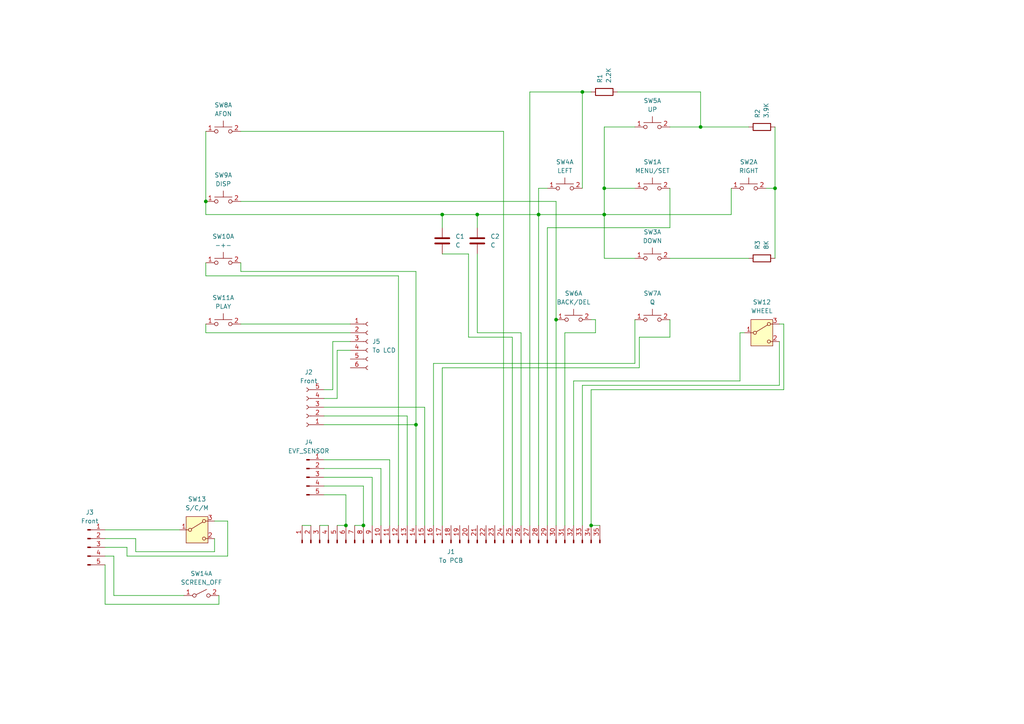
<source format=kicad_sch>
(kicad_sch (version 20250114) (generator "eeschema") (generator_version "9.0")
  (paper "A4")
  (lib_symbols
    (symbol "Connector:Conn_01x05_Pin" (pin_names (offset 1.016) (hide yes))
      (property "Reference" "J" (at 0 7.62 0))
      (property "Value" "Conn_01x05_Pin" (at 0 -7.62 0))
      (symbol "Conn_01x05_Pin_1_1"
        (rectangle (start 0.8636 5.207) (end 0 4.953) (stroke (width 0.1524)) (fill (type outline)))
        (rectangle (start 0.8636 2.667) (end 0 2.413) (stroke (width 0.1524)) (fill (type outline)))
        (rectangle (start 0.8636 0.127) (end 0 -0.127) (stroke (width 0.1524)) (fill (type outline)))
        (rectangle (start 0.8636 -2.413) (end 0 -2.667) (stroke (width 0.1524)) (fill (type outline)))
        (rectangle (start 0.8636 -4.953) (end 0 -5.207) (stroke (width 0.1524)) (fill (type outline)))
        (polyline (pts (xy 1.27 5.08) (xy 0.8636 5.08)) (stroke (width 0.1524)))
        (polyline (pts (xy 1.27 2.54) (xy 0.8636 2.54)) (stroke (width 0.1524)))
        (polyline (pts (xy 1.27 0) (xy 0.8636 0)) (stroke (width 0.1524)))
        (polyline (pts (xy 1.27 -2.54) (xy 0.8636 -2.54)) (stroke (width 0.1524)))
        (polyline (pts (xy 1.27 -5.08) (xy 0.8636 -5.08)) (stroke (width 0.1524)))
        (pin passive line (at 5.08 5.08 180) (length 3.81) (name "Pin_1") (number "1"))
        (pin passive line (at 5.08 2.54 180) (length 3.81) (name "Pin_2") (number "2"))
        (pin passive line (at 5.08 0 180) (length 3.81) (name "Pin_3") (number "3"))
        (pin passive line (at 5.08 -2.54 180) (length 3.81) (name "Pin_4") (number "4"))
        (pin passive line (at 5.08 -5.08 180) (length 3.81) (name "Pin_5") (number "5"))
      )
    )
    (symbol "Connector:Conn_01x05_Socket" (pin_names (offset 1.016) (hide yes))
      (property "Reference" "J" (at 0 7.62 0))
      (property "Value" "Conn_01x05_Socket" (at 0 -7.62 0))
      (symbol "Conn_01x05_Socket_1_1"
        (polyline (pts (xy -1.27 5.08) (xy -0.508 5.08)) (stroke (width 0.1524)))
        (polyline (pts (xy -1.27 2.54) (xy -0.508 2.54)) (stroke (width 0.1524)))
        (polyline (pts (xy -1.27 0) (xy -0.508 0)) (stroke (width 0.1524)))
        (polyline (pts (xy -1.27 -2.54) (xy -0.508 -2.54)) (stroke (width 0.1524)))
        (polyline (pts (xy -1.27 -5.08) (xy -0.508 -5.08)) (stroke (width 0.1524)))
        (arc (start 0 4.572) (mid -0.5058 5.08) (end 0 5.588) (stroke (width 0.1524)))
        (arc (start 0 2.032) (mid -0.5058 2.54) (end 0 3.048) (stroke (width 0.1524)))
        (arc (start 0 -0.508) (mid -0.5058 0) (end 0 0.508) (stroke (width 0.1524)))
        (arc (start 0 -3.048) (mid -0.5058 -2.54) (end 0 -2.032) (stroke (width 0.1524)))
        (arc (start 0 -5.588) (mid -0.5058 -5.08) (end 0 -4.572) (stroke (width 0.1524)))
        (pin passive line (at -5.08 5.08 0) (length 3.81) (name "Pin_1") (number "1"))
        (pin passive line (at -5.08 2.54 0) (length 3.81) (name "Pin_2") (number "2"))
        (pin passive line (at -5.08 0 0) (length 3.81) (name "Pin_3") (number "3"))
        (pin passive line (at -5.08 -2.54 0) (length 3.81) (name "Pin_4") (number "4"))
        (pin passive line (at -5.08 -5.08 0) (length 3.81) (name "Pin_5") (number "5"))
      )
    )
    (symbol "Connector:Conn_01x06_Socket" (pin_names (offset 1.016) (hide yes))
      (property "Reference" "J" (at 0 7.62 0))
      (property "Value" "Conn_01x06_Socket" (at 0 -10.16 0))
      (symbol "Conn_01x06_Socket_1_1"
        (polyline (pts (xy -1.27 5.08) (xy -0.508 5.08)) (stroke (width 0.1524)))
        (polyline (pts (xy -1.27 2.54) (xy -0.508 2.54)) (stroke (width 0.1524)))
        (polyline (pts (xy -1.27 0) (xy -0.508 0)) (stroke (width 0.1524)))
        (polyline (pts (xy -1.27 -2.54) (xy -0.508 -2.54)) (stroke (width 0.1524)))
        (polyline (pts (xy -1.27 -5.08) (xy -0.508 -5.08)) (stroke (width 0.1524)))
        (polyline (pts (xy -1.27 -7.62) (xy -0.508 -7.62)) (stroke (width 0.1524)))
        (arc (start 0 4.572) (mid -0.5058 5.08) (end 0 5.588) (stroke (width 0.1524)))
        (arc (start 0 2.032) (mid -0.5058 2.54) (end 0 3.048) (stroke (width 0.1524)))
        (arc (start 0 -0.508) (mid -0.5058 0) (end 0 0.508) (stroke (width 0.1524)))
        (arc (start 0 -3.048) (mid -0.5058 -2.54) (end 0 -2.032) (stroke (width 0.1524)))
        (arc (start 0 -5.588) (mid -0.5058 -5.08) (end 0 -4.572) (stroke (width 0.1524)))
        (arc (start 0 -8.128) (mid -0.5058 -7.62) (end 0 -7.112) (stroke (width 0.1524)))
        (pin passive line (at -5.08 5.08 0) (length 3.81) (name "Pin_1") (number "1"))
        (pin passive line (at -5.08 2.54 0) (length 3.81) (name "Pin_2") (number "2"))
        (pin passive line (at -5.08 0 0) (length 3.81) (name "Pin_3") (number "3"))
        (pin passive line (at -5.08 -2.54 0) (length 3.81) (name "Pin_4") (number "4"))
        (pin passive line (at -5.08 -5.08 0) (length 3.81) (name "Pin_5") (number "5"))
        (pin passive line (at -5.08 -7.62 0) (length 3.81) (name "Pin_6") (number "6"))
      )
    )
    (symbol "Connector:Conn_01x35_Pin" (pin_names (offset 1.016) (hide yes))
      (property "Reference" "J" (at 0 45.72 0))
      (property "Value" "Conn_01x35_Pin" (at 0 -45.72 0))
      (symbol "Conn_01x35_Pin_1_1"
        (rectangle (start 0.8636 43.307) (end 0 43.053) (stroke (width 0.1524)) (fill (type outline)))
        (rectangle (start 0.8636 40.767) (end 0 40.513) (stroke (width 0.1524)) (fill (type outline)))
        (rectangle (start 0.8636 38.227) (end 0 37.973) (stroke (width 0.1524)) (fill (type outline)))
        (rectangle (start 0.8636 35.687) (end 0 35.433) (stroke (width 0.1524)) (fill (type outline)))
        (rectangle (start 0.8636 33.147) (end 0 32.893) (stroke (width 0.1524)) (fill (type outline)))
        (rectangle (start 0.8636 30.607) (end 0 30.353) (stroke (width 0.1524)) (fill (type outline)))
        (rectangle (start 0.8636 28.067) (end 0 27.813) (stroke (width 0.1524)) (fill (type outline)))
        (rectangle (start 0.8636 25.527) (end 0 25.273) (stroke (width 0.1524)) (fill (type outline)))
        (rectangle (start 0.8636 22.987) (end 0 22.733) (stroke (width 0.1524)) (fill (type outline)))
        (rectangle (start 0.8636 20.447) (end 0 20.193) (stroke (width 0.1524)) (fill (type outline)))
        (rectangle (start 0.8636 17.907) (end 0 17.653) (stroke (width 0.1524)) (fill (type outline)))
        (rectangle (start 0.8636 15.367) (end 0 15.113) (stroke (width 0.1524)) (fill (type outline)))
        (rectangle (start 0.8636 12.827) (end 0 12.573) (stroke (width 0.1524)) (fill (type outline)))
        (rectangle (start 0.8636 10.287) (end 0 10.033) (stroke (width 0.1524)) (fill (type outline)))
        (rectangle (start 0.8636 7.747) (end 0 7.493) (stroke (width 0.1524)) (fill (type outline)))
        (rectangle (start 0.8636 5.207) (end 0 4.953) (stroke (width 0.1524)) (fill (type outline)))
        (rectangle (start 0.8636 2.667) (end 0 2.413) (stroke (width 0.1524)) (fill (type outline)))
        (rectangle (start 0.8636 0.127) (end 0 -0.127) (stroke (width 0.1524)) (fill (type outline)))
        (rectangle (start 0.8636 -2.413) (end 0 -2.667) (stroke (width 0.1524)) (fill (type outline)))
        (rectangle (start 0.8636 -4.953) (end 0 -5.207) (stroke (width 0.1524)) (fill (type outline)))
        (rectangle (start 0.8636 -7.493) (end 0 -7.747) (stroke (width 0.1524)) (fill (type outline)))
        (rectangle (start 0.8636 -10.033) (end 0 -10.287) (stroke (width 0.1524)) (fill (type outline)))
        (rectangle (start 0.8636 -12.573) (end 0 -12.827) (stroke (width 0.1524)) (fill (type outline)))
        (rectangle (start 0.8636 -15.113) (end 0 -15.367) (stroke (width 0.1524)) (fill (type outline)))
        (rectangle (start 0.8636 -17.653) (end 0 -17.907) (stroke (width 0.1524)) (fill (type outline)))
        (rectangle (start 0.8636 -20.193) (end 0 -20.447) (stroke (width 0.1524)) (fill (type outline)))
        (rectangle (start 0.8636 -22.733) (end 0 -22.987) (stroke (width 0.1524)) (fill (type outline)))
        (rectangle (start 0.8636 -25.273) (end 0 -25.527) (stroke (width 0.1524)) (fill (type outline)))
        (rectangle (start 0.8636 -27.813) (end 0 -28.067) (stroke (width 0.1524)) (fill (type outline)))
        (rectangle (start 0.8636 -30.353) (end 0 -30.607) (stroke (width 0.1524)) (fill (type outline)))
        (rectangle (start 0.8636 -32.893) (end 0 -33.147) (stroke (width 0.1524)) (fill (type outline)))
        (rectangle (start 0.8636 -35.433) (end 0 -35.687) (stroke (width 0.1524)) (fill (type outline)))
        (rectangle (start 0.8636 -37.973) (end 0 -38.227) (stroke (width 0.1524)) (fill (type outline)))
        (rectangle (start 0.8636 -40.513) (end 0 -40.767) (stroke (width 0.1524)) (fill (type outline)))
        (rectangle (start 0.8636 -43.053) (end 0 -43.307) (stroke (width 0.1524)) (fill (type outline)))
        (polyline (pts (xy 1.27 43.18) (xy 0.8636 43.18)) (stroke (width 0.1524)))
        (polyline (pts (xy 1.27 40.64) (xy 0.8636 40.64)) (stroke (width 0.1524)))
        (polyline (pts (xy 1.27 38.1) (xy 0.8636 38.1)) (stroke (width 0.1524)))
        (polyline (pts (xy 1.27 35.56) (xy 0.8636 35.56)) (stroke (width 0.1524)))
        (polyline (pts (xy 1.27 33.02) (xy 0.8636 33.02)) (stroke (width 0.1524)))
        (polyline (pts (xy 1.27 30.48) (xy 0.8636 30.48)) (stroke (width 0.1524)))
        (polyline (pts (xy 1.27 27.94) (xy 0.8636 27.94)) (stroke (width 0.1524)))
        (polyline (pts (xy 1.27 25.4) (xy 0.8636 25.4)) (stroke (width 0.1524)))
        (polyline (pts (xy 1.27 22.86) (xy 0.8636 22.86)) (stroke (width 0.1524)))
        (polyline (pts (xy 1.27 20.32) (xy 0.8636 20.32)) (stroke (width 0.1524)))
        (polyline (pts (xy 1.27 17.78) (xy 0.8636 17.78)) (stroke (width 0.1524)))
        (polyline (pts (xy 1.27 15.24) (xy 0.8636 15.24)) (stroke (width 0.1524)))
        (polyline (pts (xy 1.27 12.7) (xy 0.8636 12.7)) (stroke (width 0.1524)))
        (polyline (pts (xy 1.27 10.16) (xy 0.8636 10.16)) (stroke (width 0.1524)))
        (polyline (pts (xy 1.27 7.62) (xy 0.8636 7.62)) (stroke (width 0.1524)))
        (polyline (pts (xy 1.27 5.08) (xy 0.8636 5.08)) (stroke (width 0.1524)))
        (polyline (pts (xy 1.27 2.54) (xy 0.8636 2.54)) (stroke (width 0.1524)))
        (polyline (pts (xy 1.27 0) (xy 0.8636 0)) (stroke (width 0.1524)))
        (polyline (pts (xy 1.27 -2.54) (xy 0.8636 -2.54)) (stroke (width 0.1524)))
        (polyline (pts (xy 1.27 -5.08) (xy 0.8636 -5.08)) (stroke (width 0.1524)))
        (polyline (pts (xy 1.27 -7.62) (xy 0.8636 -7.62)) (stroke (width 0.1524)))
        (polyline (pts (xy 1.27 -10.16) (xy 0.8636 -10.16)) (stroke (width 0.1524)))
        (polyline (pts (xy 1.27 -12.7) (xy 0.8636 -12.7)) (stroke (width 0.1524)))
        (polyline (pts (xy 1.27 -15.24) (xy 0.8636 -15.24)) (stroke (width 0.1524)))
        (polyline (pts (xy 1.27 -17.78) (xy 0.8636 -17.78)) (stroke (width 0.1524)))
        (polyline (pts (xy 1.27 -20.32) (xy 0.8636 -20.32)) (stroke (width 0.1524)))
        (polyline (pts (xy 1.27 -22.86) (xy 0.8636 -22.86)) (stroke (width 0.1524)))
        (polyline (pts (xy 1.27 -25.4) (xy 0.8636 -25.4)) (stroke (width 0.1524)))
        (polyline (pts (xy 1.27 -27.94) (xy 0.8636 -27.94)) (stroke (width 0.1524)))
        (polyline (pts (xy 1.27 -30.48) (xy 0.8636 -30.48)) (stroke (width 0.1524)))
        (polyline (pts (xy 1.27 -33.02) (xy 0.8636 -33.02)) (stroke (width 0.1524)))
        (polyline (pts (xy 1.27 -35.56) (xy 0.8636 -35.56)) (stroke (width 0.1524)))
        (polyline (pts (xy 1.27 -38.1) (xy 0.8636 -38.1)) (stroke (width 0.1524)))
        (polyline (pts (xy 1.27 -40.64) (xy 0.8636 -40.64)) (stroke (width 0.1524)))
        (polyline (pts (xy 1.27 -43.18) (xy 0.8636 -43.18)) (stroke (width 0.1524)))
        (pin passive line (at 5.08 43.18 180) (length 3.81) (name "Pin_1") (number "1"))
        (pin passive line (at 5.08 40.64 180) (length 3.81) (name "Pin_2") (number "2"))
        (pin passive line (at 5.08 38.1 180) (length 3.81) (name "Pin_3") (number "3"))
        (pin passive line (at 5.08 35.56 180) (length 3.81) (name "Pin_4") (number "4"))
        (pin passive line (at 5.08 33.02 180) (length 3.81) (name "Pin_5") (number "5"))
        (pin passive line (at 5.08 30.48 180) (length 3.81) (name "Pin_6") (number "6"))
        (pin passive line (at 5.08 27.94 180) (length 3.81) (name "Pin_7") (number "7"))
        (pin passive line (at 5.08 25.4 180) (length 3.81) (name "Pin_8") (number "8"))
        (pin passive line (at 5.08 22.86 180) (length 3.81) (name "Pin_9") (number "9"))
        (pin passive line (at 5.08 20.32 180) (length 3.81) (name "Pin_10") (number "10"))
        (pin passive line (at 5.08 17.78 180) (length 3.81) (name "Pin_11") (number "11"))
        (pin passive line (at 5.08 15.24 180) (length 3.81) (name "Pin_12") (number "12"))
        (pin passive line (at 5.08 12.7 180) (length 3.81) (name "Pin_13") (number "13"))
        (pin passive line (at 5.08 10.16 180) (length 3.81) (name "Pin_14") (number "14"))
        (pin passive line (at 5.08 7.62 180) (length 3.81) (name "Pin_15") (number "15"))
        (pin passive line (at 5.08 5.08 180) (length 3.81) (name "Pin_16") (number "16"))
        (pin passive line (at 5.08 2.54 180) (length 3.81) (name "Pin_17") (number "17"))
        (pin passive line (at 5.08 0 180) (length 3.81) (name "Pin_18") (number "18"))
        (pin passive line (at 5.08 -2.54 180) (length 3.81) (name "Pin_19") (number "19"))
        (pin passive line (at 5.08 -5.08 180) (length 3.81) (name "Pin_20") (number "20"))
        (pin passive line (at 5.08 -7.62 180) (length 3.81) (name "Pin_21") (number "21"))
        (pin passive line (at 5.08 -10.16 180) (length 3.81) (name "Pin_22") (number "22"))
        (pin passive line (at 5.08 -12.7 180) (length 3.81) (name "Pin_23") (number "23"))
        (pin passive line (at 5.08 -15.24 180) (length 3.81) (name "Pin_24") (number "24"))
        (pin passive line (at 5.08 -17.78 180) (length 3.81) (name "Pin_25") (number "25"))
        (pin passive line (at 5.08 -20.32 180) (length 3.81) (name "Pin_26") (number "26"))
        (pin passive line (at 5.08 -22.86 180) (length 3.81) (name "Pin_27") (number "27"))
        (pin passive line (at 5.08 -25.4 180) (length 3.81) (name "Pin_28") (number "28"))
        (pin passive line (at 5.08 -27.94 180) (length 3.81) (name "Pin_29") (number "29"))
        (pin passive line (at 5.08 -30.48 180) (length 3.81) (name "Pin_30") (number "30"))
        (pin passive line (at 5.08 -33.02 180) (length 3.81) (name "Pin_31") (number "31"))
        (pin passive line (at 5.08 -35.56 180) (length 3.81) (name "Pin_32") (number "32"))
        (pin passive line (at 5.08 -38.1 180) (length 3.81) (name "Pin_33") (number "33"))
        (pin passive line (at 5.08 -40.64 180) (length 3.81) (name "Pin_34") (number "34"))
        (pin passive line (at 5.08 -43.18 180) (length 3.81) (name "Pin_35") (number "35"))
      )
    )
    (symbol "Device:C" (pin_numbers (hide yes)) (pin_names (offset 0.254))
      (property "Reference" "C" (at 0.635 2.54 0))
      (property "Value" "C" (at 0.635 -2.54 0))
      (symbol "C_0_1"
        (polyline (pts (xy -2.032 0.762) (xy 2.032 0.762)) (stroke (width 0.508)))
        (polyline (pts (xy -2.032 -0.762) (xy 2.032 -0.762)) (stroke (width 0.508)))
      )
      (symbol "C_1_1"
        (pin passive line (at 0 3.81 270) (length 2.794) (name "~") (number "1"))
        (pin passive line (at 0 -3.81 90) (length 2.794) (name "~") (number "2"))
      )
    )
    (symbol "Device:R" (pin_numbers (hide yes)) (pin_names (offset 0))
      (property "Reference" "R" (at 2.032 0 90))
      (property "Value" "R" (at 0 0 90))
      (symbol "R_0_1"
        (rectangle (start -1.016 -2.54) (end 1.016 2.54) (stroke (width 0.254)))
      )
      (symbol "R_1_1"
        (pin passive line (at 0 3.81 270) (length 1.27) (name "~") (number "1"))
        (pin passive line (at 0 -3.81 90) (length 1.27) (name "~") (number "2"))
      )
    )
    (symbol "Switch:SW_DPST_x2" (pin_names (offset 0) (hide yes))
      (property "Reference" "SW" (at 0 3.175 0))
      (property "Value" "SW_DPST_x2" (at 0 -2.54 0))
      (symbol "SW_DPST_x2_0_0"
        (circle (center -2.032 0) (radius 0.508))
        (polyline (pts (xy -1.524 0.254) (xy 1.524 1.778)))
        (circle (center 2.032 0) (radius 0.508))
      )
      (symbol "SW_DPST_x2_1_1"
        (pin passive line (at -5.08 0 0) (length 2.54) (name "A") (number "1"))
        (pin passive line (at 5.08 0 180) (length 2.54) (name "B") (number "2"))
      )
      (symbol "SW_DPST_x2_2_1"
        (pin passive line (at -5.08 0 0) (length 2.54) (name "A") (number "3"))
        (pin passive line (at 5.08 0 180) (length 2.54) (name "B") (number "4"))
      )
    )
    (symbol "Switch:SW_Push_Dual_x2" (pin_names (offset 1.016) (hide yes))
      (property "Reference" "SW" (at 1.27 2.54 0))
      (property "Value" "SW_Push_Dual_x2" (at 0 -1.524 0))
      (symbol "SW_Push_Dual_x2_0_1"
        (circle (center -2.032 0) (radius 0.508))
        (polyline (pts (xy 0 1.27) (xy 0 3.048)))
        (circle (center 2.032 0) (radius 0.508))
        (polyline (pts (xy 2.54 1.27) (xy -2.54 1.27)))
      )
      (symbol "SW_Push_Dual_x2_1_1"
        (pin passive line (at -5.08 0 0) (length 2.54) (name "C") (number "1"))
        (pin passive line (at 5.08 0 180) (length 2.54) (name "D") (number "2"))
      )
      (symbol "SW_Push_Dual_x2_2_1"
        (pin passive line (at -5.08 0 0) (length 2.54) (name "C") (number "3"))
        (pin passive line (at 5.08 0 180) (length 2.54) (name "D") (number "4"))
      )
    )
    (symbol "Switch:SW_Wuerth_450301014042" (pin_names (offset 1) (hide yes))
      (property "Reference" "SW" (at 0 5.08 0))
      (property "Value" "SW_Wuerth_450301014042" (at 0 -5.08 0))
      (symbol "SW_Wuerth_450301014042_0_1"
        (circle (center -2.032 0) (radius 0.4572))
        (polyline (pts (xy -1.651 0.254) (xy 1.651 2.286)))
        (circle (center 2.032 2.54) (radius 0.4572))
        (circle (center 2.032 -2.54) (radius 0.4572))
      )
      (symbol "SW_Wuerth_450301014042_1_1"
        (rectangle (start -3.175 3.81) (end 3.175 -3.81) (fill (type background)))
        (pin passive line (at -5.08 0 0) (length 2.54) (name "B") (number "1"))
        (pin passive line (at 5.08 2.54 180) (length 2.54) (name "A") (number "3"))
        (pin passive line (at 5.08 -2.54 180) (length 2.54) (name "C") (number "2"))
      )
    )
  )
  (junction (at 100.33 152.4))
  (junction (at 161.29 92.71))
  (junction (at 224.79 54.61))
  (junction (at 105.41 152.4))
  (junction (at 120.65 123.19))
  (junction (at 168.91 26.67))
  (junction (at 138.43 62.23))
  (junction (at 175.26 62.23))
  (junction (at 156.21 62.23))
  (junction (at 128.27 62.23))
  (junction (at 175.26 54.61))
  (junction (at 59.69 58.42))
  (junction (at 171.45 152.4))
  (junction (at 203.2 36.83))
  (wire (pts (xy 66.04 151.13) (xy 62.23 151.13)))
  (wire (pts (xy 184.15 105.41) (xy 125.73 105.41)))
  (wire (pts (xy 203.2 26.67) (xy 203.2 36.83)))
  (wire (pts (xy 226.06 111.76) (xy 226.06 99.06)))
  (wire (pts (xy 93.98 133.35) (xy 113.03 133.35)))
  (wire (pts (xy 100.33 143.51) (xy 100.33 152.4)))
  (wire (pts (xy 97.79 115.57) (xy 93.98 115.57)))
  (wire (pts (xy 156.21 62.23) (xy 156.21 152.4)))
  (wire (pts (xy 93.98 118.11) (xy 123.19 118.11)))
  (wire (pts (xy 53.34 172.72) (xy 33.02 172.72)))
  (wire (pts (xy 30.48 156.21) (xy 39.37 156.21)))
  (wire (pts (xy 214.63 96.52) (xy 214.63 110.49)))
  (wire (pts (xy 110.49 135.89) (xy 110.49 152.4)))
  (wire (pts (xy 194.31 92.71) (xy 194.31 97.79)))
  (wire (pts (xy 224.79 36.83) (xy 224.79 54.61)))
  (wire (pts (xy 171.45 113.03) (xy 171.45 152.4)))
  (wire (pts (xy 36.83 161.29) (xy 66.04 161.29)))
  (wire (pts (xy 125.73 105.41) (xy 125.73 152.4)))
  (wire (pts (xy 163.83 96.52) (xy 172.72 96.52)))
  (wire (pts (xy 36.83 158.75) (xy 36.83 161.29)))
  (wire (pts (xy 227.33 93.98) (xy 226.06 93.98)))
  (wire (pts (xy 138.43 62.23) (xy 128.27 62.23)))
  (wire (pts (xy 168.91 111.76) (xy 226.06 111.76)))
  (wire (pts (xy 113.03 133.35) (xy 113.03 152.4)))
  (wire (pts (xy 172.72 92.71) (xy 172.72 96.52)))
  (wire (pts (xy 128.27 73.66) (xy 135.89 73.66)))
  (wire (pts (xy 212.09 54.61) (xy 212.09 62.23)))
  (wire (pts (xy 171.45 92.71) (xy 172.72 92.71)))
  (wire (pts (xy 69.85 58.42) (xy 161.29 58.42)))
  (wire (pts (xy 107.95 138.43) (xy 107.95 152.4)))
  (wire (pts (xy 184.15 36.83) (xy 175.26 36.83)))
  (wire (pts (xy 69.85 76.2) (xy 69.85 78.74)))
  (wire (pts (xy 30.48 153.67) (xy 52.07 153.67)))
  (wire (pts (xy 175.26 74.93) (xy 184.15 74.93)))
  (wire (pts (xy 194.31 97.79) (xy 185.42 97.79)))
  (wire (pts (xy 161.29 58.42) (xy 161.29 92.71)))
  (wire (pts (xy 168.91 152.4) (xy 168.91 111.76)))
  (wire (pts (xy 203.2 36.83) (xy 217.17 36.83)))
  (wire (pts (xy 118.11 120.65) (xy 118.11 152.4)))
  (wire (pts (xy 93.98 135.89) (xy 110.49 135.89)))
  (wire (pts (xy 93.98 113.03) (xy 96.52 113.03)))
  (wire (pts (xy 128.27 106.68) (xy 128.27 152.4)))
  (wire (pts (xy 168.91 26.67) (xy 153.67 26.67)))
  (wire (pts (xy 138.43 96.52) (xy 151.13 96.52)))
  (wire (pts (xy 39.37 160.02) (xy 62.23 160.02)))
  (wire (pts (xy 222.25 54.61) (xy 224.79 54.61)))
  (wire (pts (xy 227.33 113.03) (xy 227.33 93.98)))
  (wire (pts (xy 171.45 26.67) (xy 168.91 26.67)))
  (wire (pts (xy 215.9 96.52) (xy 214.63 96.52)))
  (wire (pts (xy 97.79 152.4) (xy 100.33 152.4)))
  (wire (pts (xy 146.05 38.1) (xy 69.85 38.1)))
  (wire (pts (xy 224.79 54.61) (xy 224.79 74.93)))
  (wire (pts (xy 30.48 158.75) (xy 36.83 158.75)))
  (wire (pts (xy 96.52 99.06) (xy 101.6 99.06)))
  (wire (pts (xy 184.15 92.71) (xy 184.15 105.41)))
  (wire (pts (xy 153.67 26.67) (xy 153.67 152.4)))
  (wire (pts (xy 33.02 161.29) (xy 30.48 161.29)))
  (wire (pts (xy 92.71 152.4) (xy 95.25 152.4)))
  (wire (pts (xy 212.09 62.23) (xy 175.26 62.23)))
  (wire (pts (xy 102.87 152.4) (xy 105.41 152.4)))
  (wire (pts (xy 59.69 80.01) (xy 59.69 76.2)))
  (wire (pts (xy 138.43 62.23) (xy 138.43 66.04)))
  (wire (pts (xy 214.63 110.49) (xy 166.37 110.49)))
  (wire (pts (xy 128.27 62.23) (xy 128.27 66.04)))
  (wire (pts (xy 194.31 74.93) (xy 217.17 74.93)))
  (wire (pts (xy 156.21 62.23) (xy 156.21 54.61)))
  (wire (pts (xy 87.63 152.4) (xy 90.17 152.4)))
  (wire (pts (xy 194.31 66.04) (xy 158.75 66.04)))
  (wire (pts (xy 151.13 96.52) (xy 151.13 152.4)))
  (wire (pts (xy 93.98 138.43) (xy 107.95 138.43)))
  (wire (pts (xy 158.75 66.04) (xy 158.75 152.4)))
  (wire (pts (xy 138.43 73.66) (xy 138.43 96.52)))
  (wire (pts (xy 97.79 101.6) (xy 97.79 115.57)))
  (wire (pts (xy 30.48 163.83) (xy 30.48 175.26)))
  (wire (pts (xy 123.19 118.11) (xy 123.19 152.4)))
  (wire (pts (xy 93.98 143.51) (xy 100.33 143.51)))
  (wire (pts (xy 59.69 38.1) (xy 59.69 58.42)))
  (wire (pts (xy 194.31 54.61) (xy 194.31 66.04)))
  (wire (pts (xy 120.65 78.74) (xy 120.65 123.19)))
  (wire (pts (xy 185.42 106.68) (xy 128.27 106.68)))
  (wire (pts (xy 161.29 92.71) (xy 161.29 152.4)))
  (wire (pts (xy 69.85 78.74) (xy 120.65 78.74)))
  (wire (pts (xy 115.57 152.4) (xy 115.57 80.01)))
  (wire (pts (xy 66.04 161.29) (xy 66.04 151.13)))
  (wire (pts (xy 156.21 54.61) (xy 158.75 54.61)))
  (wire (pts (xy 59.69 96.52) (xy 59.69 93.98)))
  (wire (pts (xy 105.41 140.97) (xy 105.41 152.4)))
  (wire (pts (xy 179.07 26.67) (xy 203.2 26.67)))
  (wire (pts (xy 175.26 62.23) (xy 175.26 74.93)))
  (wire (pts (xy 93.98 120.65) (xy 118.11 120.65)))
  (wire (pts (xy 120.65 123.19) (xy 120.65 152.4)))
  (wire (pts (xy 156.21 62.23) (xy 138.43 62.23)))
  (wire (pts (xy 59.69 96.52) (xy 101.6 96.52)))
  (wire (pts (xy 175.26 54.61) (xy 184.15 54.61)))
  (wire (pts (xy 156.21 62.23) (xy 175.26 62.23)))
  (wire (pts (xy 128.27 62.23) (xy 59.69 62.23)))
  (wire (pts (xy 194.31 36.83) (xy 203.2 36.83)))
  (wire (pts (xy 63.5 175.26) (xy 63.5 172.72)))
  (wire (pts (xy 115.57 80.01) (xy 59.69 80.01)))
  (wire (pts (xy 69.85 93.98) (xy 101.6 93.98)))
  (wire (pts (xy 168.91 26.67) (xy 168.91 54.61)))
  (wire (pts (xy 59.69 62.23) (xy 59.69 58.42)))
  (wire (pts (xy 93.98 123.19) (xy 120.65 123.19)))
  (wire (pts (xy 62.23 160.02) (xy 62.23 156.21)))
  (wire (pts (xy 30.48 175.26) (xy 63.5 175.26)))
  (wire (pts (xy 148.59 97.79) (xy 148.59 152.4)))
  (wire (pts (xy 163.83 96.52) (xy 163.83 152.4)))
  (wire (pts (xy 39.37 156.21) (xy 39.37 160.02)))
  (wire (pts (xy 33.02 172.72) (xy 33.02 161.29)))
  (wire (pts (xy 171.45 113.03) (xy 227.33 113.03)))
  (wire (pts (xy 93.98 140.97) (xy 105.41 140.97)))
  (wire (pts (xy 96.52 113.03) (xy 96.52 99.06)))
  (wire (pts (xy 175.26 36.83) (xy 175.26 54.61)))
  (wire (pts (xy 135.89 73.66) (xy 135.89 97.79)))
  (wire (pts (xy 146.05 152.4) (xy 146.05 38.1)))
  (wire (pts (xy 171.45 152.4) (xy 173.99 152.4)))
  (wire (pts (xy 166.37 110.49) (xy 166.37 152.4)))
  (wire (pts (xy 135.89 97.79) (xy 148.59 97.79)))
  (wire (pts (xy 97.79 101.6) (xy 101.6 101.6)))
  (wire (pts (xy 185.42 97.79) (xy 185.42 106.68)))
  (wire (pts (xy 175.26 54.61) (xy 175.26 62.23)))
  (symbol (lib_id "Device:R") (at 175.26 26.67 90) (unit 1)
    (property "Reference" "R1" (at 173.9899 24.13 0) (effects (justify left)))
    (property "Value" "2.2K" (at 176.5299 24.13 0) (effects (justify left)))
    (property "Footprint" "Resistor_SMD:R_0201_0603Metric" (effects (hide yes)))
    (property "Description" "Resistor" (effects (hide yes)))
  )
  (symbol (lib_id "Switch:SW_Push_Dual_x2") (at 189.23 36.83 0) (unit 1)
    (property "Reference" "SW5" (at 189.23 29.21 0))
    (property "Value" "UP" (at 189.23 31.75 0))
    (property "Footprint" "Leica-G9ii:Push_Button" (effects (hide yes)))
    (property "Description" "Push button switch, generic, separate symbols, four pins" (effects (hide yes)))
  )
  (symbol (lib_id "Device:C") (at 138.43 69.85 0) (unit 1)
    (property "Reference" "C2" (at 142.24 68.5799 0) (effects (justify left)))
    (property "Value" "C" (at 142.24 71.1199 0) (effects (justify left)))
    (property "Footprint" "Capacitor_SMD:C_0201_0603Metric" (effects (hide yes)))
    (property "Description" "Unpolarized capacitor" (effects (hide yes)))
  )
  (symbol (lib_id "Switch:SW_Push_Dual_x2") (at 64.77 58.42 0) (unit 1)
    (property "Reference" "SW9" (at 64.77 50.8 0))
    (property "Value" "DISP" (at 64.77 53.34 0))
    (property "Footprint" "Leica-G9ii:Push_Button" (effects (hide yes)))
    (property "Description" "Push button switch, generic, separate symbols, four pins" (effects (hide yes)))
  )
  (symbol (lib_id "Switch:SW_Push_Dual_x2") (at 217.17 54.61 0) (unit 1)
    (property "Reference" "SW2" (at 217.17 46.99 0))
    (property "Value" "RIGHT" (at 217.17 49.53 0))
    (property "Footprint" "Leica-G9ii:Push_Button" (effects (hide yes)))
    (property "Description" "Push button switch, generic, separate symbols, four pins" (effects (hide yes)))
  )
  (symbol (lib_id "Switch:SW_Wuerth_450301014042") (at 220.98 96.52 0) (unit 1)
    (property "Reference" "SW12" (at 220.98 87.63 0))
    (property "Value" "WHEEL" (at 220.98 90.17 0))
    (property "Footprint" "Button_Switch_THT:SW_Slide-03_Wuerth-WS-SLTV_10x2.5x6.4_P2.54mm" (effects (hide yes)))
    (property "Datasheet" "https://www.we-online.com/components/products/datasheet/450301014042.pdf" (effects (hide yes)))
    (property "Description" "Switch slide, single pole double throw" (effects (hide yes)))
  )
  (symbol (lib_id "Device:R") (at 220.98 36.83 90) (unit 1)
    (property "Reference" "R2" (at 219.7099 34.29 0) (effects (justify left)))
    (property "Value" "3.9K" (at 222.2499 34.29 0) (effects (justify left)))
    (property "Footprint" "Resistor_SMD:R_0201_0603Metric" (effects (hide yes)))
    (property "Description" "Resistor" (effects (hide yes)))
  )
  (symbol (lib_id "Switch:SW_Push_Dual_x2") (at 166.37 92.71 0) (unit 1)
    (property "Reference" "SW6" (at 166.37 85.09 0))
    (property "Value" "BACK/DEL" (at 166.37 87.63 0))
    (property "Footprint" "Leica-G9ii:Push_Button" (effects (hide yes)))
    (property "Description" "Push button switch, generic, separate symbols, four pins" (effects (hide yes)))
  )
  (symbol (lib_id "Switch:SW_Push_Dual_x2") (at 64.77 93.98 0) (unit 1)
    (property "Reference" "SW11" (at 64.77 86.36 0))
    (property "Value" "PLAY" (at 64.77 88.9 0))
    (property "Footprint" "Leica-G9ii:Push_Button" (effects (hide yes)))
    (property "Description" "Push button switch, generic, separate symbols, four pins" (effects (hide yes)))
  )
  (symbol (lib_id "Switch:SW_Push_Dual_x2") (at 163.83 54.61 0) (unit 1)
    (property "Reference" "SW4" (at 163.83 46.99 0))
    (property "Value" "LEFT" (at 163.83 49.53 0))
    (property "Footprint" "Leica-G9ii:Push_Button" (effects (hide yes)))
    (property "Description" "Push button switch, generic, separate symbols, four pins" (effects (hide yes)))
  )
  (symbol (lib_id "Connector:Conn_01x06_Socket") (at 106.68 99.06 0) (unit 1)
    (property "Reference" "J5" (at 107.95 99.0599 0) (effects (justify left)))
    (property "Value" "To LCD" (at 107.95 101.5999 0) (effects (justify left)))
    (property "Description" "Generic connector, single row, 01x06, script generated" (effects (hide yes)))
  )
  (symbol (lib_id "Connector:Conn_01x05_Pin") (at 25.4 158.75 0) (unit 1)
    (property "Reference" "J3" (at 26.035 148.59 0))
    (property "Value" "Front" (at 26.035 151.13 0))
    (property "Description" "Generic connector, single row, 01x05, script generated" (effects (hide yes)))
  )
  (symbol (lib_id "Switch:SW_Push_Dual_x2") (at 64.77 38.1 0) (unit 1)
    (property "Reference" "SW8" (at 64.77 30.48 0))
    (property "Value" "AFON" (at 64.77 33.02 0))
    (property "Footprint" "Leica-G9ii:Push_Button" (effects (hide yes)))
    (property "Description" "Push button switch, generic, separate symbols, four pins" (effects (hide yes)))
  )
  (symbol (lib_id "Device:C") (at 128.27 69.85 0) (unit 1)
    (property "Reference" "C1" (at 132.08 68.5799 0) (effects (justify left)))
    (property "Value" "C" (at 132.08 71.1199 0) (effects (justify left)))
    (property "Footprint" "Capacitor_SMD:C_0201_0603Metric" (effects (hide yes)))
    (property "Description" "Unpolarized capacitor" (effects (hide yes)))
  )
  (symbol (lib_id "Switch:SW_Wuerth_450301014042") (at 57.15 153.67 0) (unit 1)
    (property "Reference" "SW13" (at 57.15 144.78 0))
    (property "Value" "S/C/M" (at 57.15 147.32 0))
    (property "Footprint" "Button_Switch_THT:SW_Slide-03_Wuerth-WS-SLTV_10x2.5x6.4_P2.54mm" (effects (hide yes)))
    (property "Datasheet" "https://www.we-online.com/components/products/datasheet/450301014042.pdf" (effects (hide yes)))
    (property "Description" "Switch slide, single pole double throw" (effects (hide yes)))
  )
  (symbol (lib_id "Switch:SW_Push_Dual_x2") (at 64.77 76.2 0) (unit 1)
    (property "Reference" "SW10" (at 64.77 68.58 0))
    (property "Value" "-+-" (at 64.77 71.12 0))
    (property "Footprint" "Leica-G9ii:Push_Button" (effects (hide yes)))
    (property "Description" "Push button switch, generic, separate symbols, four pins" (effects (hide yes)))
  )
  (symbol (lib_id "Switch:SW_Push_Dual_x2") (at 189.23 74.93 0) (unit 1)
    (property "Reference" "SW3" (at 189.23 67.31 0))
    (property "Value" "DOWN" (at 189.23 69.85 0))
    (property "Footprint" "Leica-G9ii:Push_Button" (effects (hide yes)))
    (property "Description" "Push button switch, generic, separate symbols, four pins" (effects (hide yes)))
  )
  (symbol (lib_id "Switch:SW_DPST_x2") (at 58.42 172.72 0) (unit 1)
    (property "Reference" "SW14" (at 58.42 166.37 0))
    (property "Value" "SCREEN_OFF" (at 58.42 168.91 0))
    (property "Description" "Single Pole Single Throw (SPST) switch, separate symbol" (effects (hide yes)))
  )
  (symbol (lib_id "Device:R") (at 220.98 74.93 90) (unit 1)
    (property "Reference" "R3" (at 219.7099 72.39 0) (effects (justify left)))
    (property "Value" "8K" (at 222.2499 72.39 0) (effects (justify left)))
    (property "Footprint" "Resistor_SMD:R_0201_0603Metric" (effects (hide yes)))
    (property "Description" "Resistor" (effects (hide yes)))
  )
  (symbol (lib_id "Connector:Conn_01x05_Socket") (at 88.9 118.11 180) (unit 1)
    (property "Reference" "J2" (at 89.535 107.95 0))
    (property "Value" "Front" (at 89.535 110.49 0))
    (property "Description" "Generic connector, single row, 01x05, script generated" (effects (hide yes)))
  )
  (symbol (lib_id "Switch:SW_Push_Dual_x2") (at 189.23 54.61 0) (unit 1)
    (property "Reference" "SW1" (at 189.23 46.99 0))
    (property "Value" "MENU/SET" (at 189.23 49.53 0))
    (property "Footprint" "Leica-G9ii:Push_Button" (effects (hide yes)))
    (property "Description" "Push button switch, generic, separate symbols, four pins" (effects (hide yes)))
  )
  (symbol (lib_id "Connector:Conn_01x35_Pin") (at 130.81 157.48 90) (unit 1)
    (property "Reference" "J1" (at 130.81 160.02 90))
    (property "Value" "To PCB" (at 130.81 162.56 90))
    (property "Footprint" "Leica-G9ii:FPC-2Rows-35Pins-0.23mm" (effects (hide yes)))
    (property "Description" "Generic connector, single row, 01x35, script generated" (effects (hide yes)))
  )
  (symbol (lib_id "Connector:Conn_01x05_Pin") (at 88.9 138.43 0) (unit 1)
    (property "Reference" "J4" (at 89.535 128.27 0))
    (property "Value" "EVF_SENSOR" (at 89.535 130.81 0))
    (property "Footprint" "Leica-G9ii:FPC-1Row-7Pins-0.38mm" (effects (hide yes)))
    (property "Description" "Generic connector, single row, 01x05, script generated" (effects (hide yes)))
  )
  (symbol (lib_id "Switch:SW_Push_Dual_x2") (at 189.23 92.71 0) (unit 1)
    (property "Reference" "SW7" (at 189.23 85.09 0))
    (property "Value" "Q" (at 189.23 87.63 0))
    (property "Footprint" "Leica-G9ii:Push_Button" (effects (hide yes)))
    (property "Description" "Push button switch, generic, separate symbols, four pins" (effects (hide yes)))
  )
)
</source>
